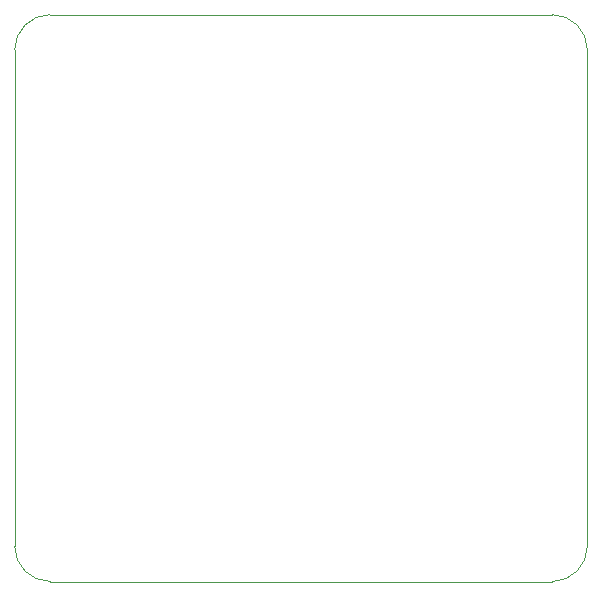
<source format=gbr>
%TF.GenerationSoftware,KiCad,Pcbnew,9.0.2*%
%TF.CreationDate,2025-06-30T19:38:48+03:00*%
%TF.ProjectId,pathfinder,70617468-6669-46e6-9465-722e6b696361,rev?*%
%TF.SameCoordinates,Original*%
%TF.FileFunction,Profile,NP*%
%FSLAX46Y46*%
G04 Gerber Fmt 4.6, Leading zero omitted, Abs format (unit mm)*
G04 Created by KiCad (PCBNEW 9.0.2) date 2025-06-30 19:38:48*
%MOMM*%
%LPD*%
G01*
G04 APERTURE LIST*
%TA.AperFunction,Profile*%
%ADD10C,0.050000*%
%TD*%
G04 APERTURE END LIST*
D10*
X137100000Y-124800000D02*
G75*
G02*
X134100000Y-121800000I0J3000000D01*
G01*
X134100000Y-79800000D02*
G75*
G02*
X137100000Y-76800000I3000000J0D01*
G01*
X182600000Y-121800000D02*
G75*
G02*
X179600000Y-124800000I-3000000J0D01*
G01*
X179600000Y-76800000D02*
G75*
G02*
X182600000Y-79800000I0J-3000000D01*
G01*
X134100000Y-121800000D02*
X134100000Y-79800000D01*
X179600000Y-124800000D02*
X137100000Y-124800000D01*
X137100000Y-76800000D02*
X179600000Y-76800000D01*
X182600000Y-79800000D02*
X182600000Y-121800000D01*
M02*

</source>
